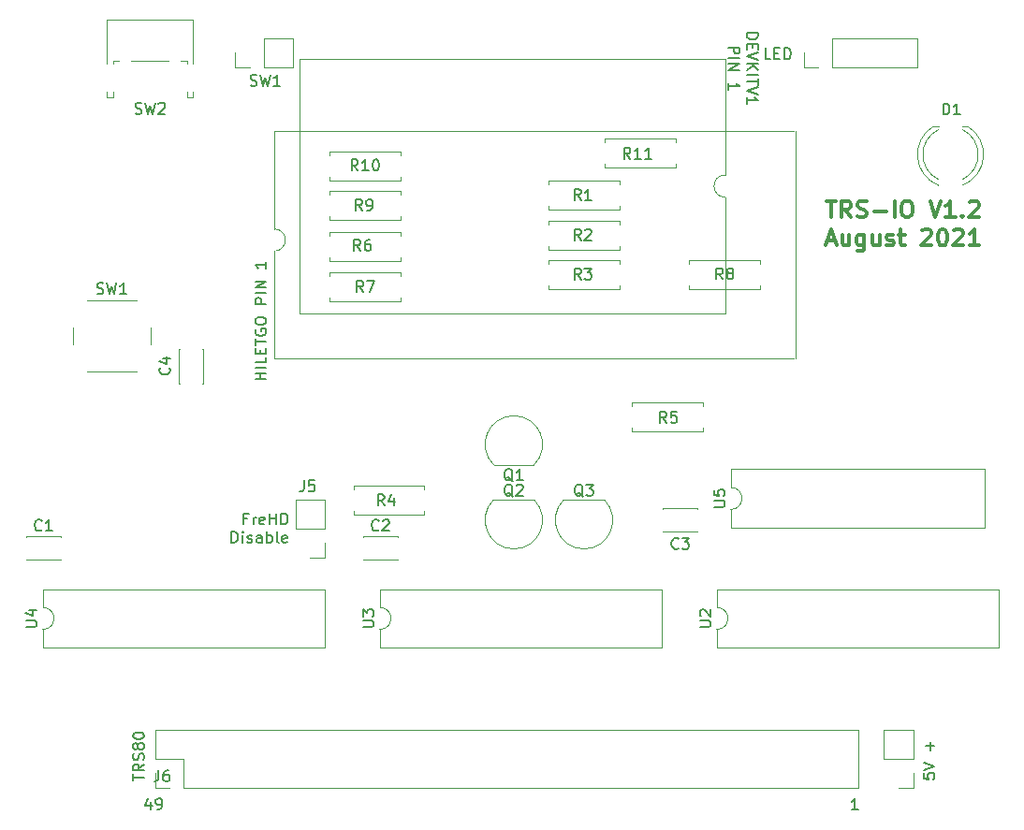
<source format=gbr>
G04 #@! TF.GenerationSoftware,KiCad,Pcbnew,(5.1.5)-3*
G04 #@! TF.CreationDate,2021-08-30T09:07:39+12:00*
G04 #@! TF.ProjectId,TRSIO,54525349-4f2e-46b6-9963-61645f706362,rev?*
G04 #@! TF.SameCoordinates,Original*
G04 #@! TF.FileFunction,Legend,Top*
G04 #@! TF.FilePolarity,Positive*
%FSLAX46Y46*%
G04 Gerber Fmt 4.6, Leading zero omitted, Abs format (unit mm)*
G04 Created by KiCad (PCBNEW (5.1.5)-3) date 2021-08-30 09:07:39*
%MOMM*%
%LPD*%
G04 APERTURE LIST*
%ADD10C,0.150000*%
%ADD11C,0.300000*%
%ADD12C,0.120000*%
G04 APERTURE END LIST*
D10*
X139223785Y-139803214D02*
X139223785Y-140469880D01*
X138985690Y-139422261D02*
X138747595Y-140136547D01*
X139366642Y-140136547D01*
X139795214Y-140469880D02*
X139985690Y-140469880D01*
X140080928Y-140422261D01*
X140128547Y-140374642D01*
X140223785Y-140231785D01*
X140271404Y-140041309D01*
X140271404Y-139660357D01*
X140223785Y-139565119D01*
X140176166Y-139517500D01*
X140080928Y-139469880D01*
X139890452Y-139469880D01*
X139795214Y-139517500D01*
X139747595Y-139565119D01*
X139699976Y-139660357D01*
X139699976Y-139898452D01*
X139747595Y-139993690D01*
X139795214Y-140041309D01*
X139890452Y-140088928D01*
X140080928Y-140088928D01*
X140176166Y-140041309D01*
X140223785Y-139993690D01*
X140271404Y-139898452D01*
X203231714Y-140469880D02*
X202660285Y-140469880D01*
X202946000Y-140469880D02*
X202946000Y-139469880D01*
X202850761Y-139612738D01*
X202755523Y-139707976D01*
X202660285Y-139755595D01*
D11*
X200363571Y-85406571D02*
X201220714Y-85406571D01*
X200792142Y-86906571D02*
X200792142Y-85406571D01*
X202577857Y-86906571D02*
X202077857Y-86192285D01*
X201720714Y-86906571D02*
X201720714Y-85406571D01*
X202292142Y-85406571D01*
X202435000Y-85478000D01*
X202506428Y-85549428D01*
X202577857Y-85692285D01*
X202577857Y-85906571D01*
X202506428Y-86049428D01*
X202435000Y-86120857D01*
X202292142Y-86192285D01*
X201720714Y-86192285D01*
X203149285Y-86835142D02*
X203363571Y-86906571D01*
X203720714Y-86906571D01*
X203863571Y-86835142D01*
X203935000Y-86763714D01*
X204006428Y-86620857D01*
X204006428Y-86478000D01*
X203935000Y-86335142D01*
X203863571Y-86263714D01*
X203720714Y-86192285D01*
X203435000Y-86120857D01*
X203292142Y-86049428D01*
X203220714Y-85978000D01*
X203149285Y-85835142D01*
X203149285Y-85692285D01*
X203220714Y-85549428D01*
X203292142Y-85478000D01*
X203435000Y-85406571D01*
X203792142Y-85406571D01*
X204006428Y-85478000D01*
X204649285Y-86335142D02*
X205792142Y-86335142D01*
X206506428Y-86906571D02*
X206506428Y-85406571D01*
X207506428Y-85406571D02*
X207792142Y-85406571D01*
X207935000Y-85478000D01*
X208077857Y-85620857D01*
X208149285Y-85906571D01*
X208149285Y-86406571D01*
X208077857Y-86692285D01*
X207935000Y-86835142D01*
X207792142Y-86906571D01*
X207506428Y-86906571D01*
X207363571Y-86835142D01*
X207220714Y-86692285D01*
X207149285Y-86406571D01*
X207149285Y-85906571D01*
X207220714Y-85620857D01*
X207363571Y-85478000D01*
X207506428Y-85406571D01*
X209720714Y-85406571D02*
X210220714Y-86906571D01*
X210720714Y-85406571D01*
X212006428Y-86906571D02*
X211149285Y-86906571D01*
X211577857Y-86906571D02*
X211577857Y-85406571D01*
X211435000Y-85620857D01*
X211292142Y-85763714D01*
X211149285Y-85835142D01*
X212649285Y-86763714D02*
X212720714Y-86835142D01*
X212649285Y-86906571D01*
X212577857Y-86835142D01*
X212649285Y-86763714D01*
X212649285Y-86906571D01*
X213292142Y-85549428D02*
X213363571Y-85478000D01*
X213506428Y-85406571D01*
X213863571Y-85406571D01*
X214006428Y-85478000D01*
X214077857Y-85549428D01*
X214149285Y-85692285D01*
X214149285Y-85835142D01*
X214077857Y-86049428D01*
X213220714Y-86906571D01*
X214149285Y-86906571D01*
X200435000Y-89028000D02*
X201149285Y-89028000D01*
X200292142Y-89456571D02*
X200792142Y-87956571D01*
X201292142Y-89456571D01*
X202435000Y-88456571D02*
X202435000Y-89456571D01*
X201792142Y-88456571D02*
X201792142Y-89242285D01*
X201863571Y-89385142D01*
X202006428Y-89456571D01*
X202220714Y-89456571D01*
X202363571Y-89385142D01*
X202435000Y-89313714D01*
X203792142Y-88456571D02*
X203792142Y-89670857D01*
X203720714Y-89813714D01*
X203649285Y-89885142D01*
X203506428Y-89956571D01*
X203292142Y-89956571D01*
X203149285Y-89885142D01*
X203792142Y-89385142D02*
X203649285Y-89456571D01*
X203363571Y-89456571D01*
X203220714Y-89385142D01*
X203149285Y-89313714D01*
X203077857Y-89170857D01*
X203077857Y-88742285D01*
X203149285Y-88599428D01*
X203220714Y-88528000D01*
X203363571Y-88456571D01*
X203649285Y-88456571D01*
X203792142Y-88528000D01*
X205149285Y-88456571D02*
X205149285Y-89456571D01*
X204506428Y-88456571D02*
X204506428Y-89242285D01*
X204577857Y-89385142D01*
X204720714Y-89456571D01*
X204935000Y-89456571D01*
X205077857Y-89385142D01*
X205149285Y-89313714D01*
X205792142Y-89385142D02*
X205935000Y-89456571D01*
X206220714Y-89456571D01*
X206363571Y-89385142D01*
X206435000Y-89242285D01*
X206435000Y-89170857D01*
X206363571Y-89028000D01*
X206220714Y-88956571D01*
X206006428Y-88956571D01*
X205863571Y-88885142D01*
X205792142Y-88742285D01*
X205792142Y-88670857D01*
X205863571Y-88528000D01*
X206006428Y-88456571D01*
X206220714Y-88456571D01*
X206363571Y-88528000D01*
X206863571Y-88456571D02*
X207435000Y-88456571D01*
X207077857Y-87956571D02*
X207077857Y-89242285D01*
X207149285Y-89385142D01*
X207292142Y-89456571D01*
X207435000Y-89456571D01*
X209006428Y-88099428D02*
X209077857Y-88028000D01*
X209220714Y-87956571D01*
X209577857Y-87956571D01*
X209720714Y-88028000D01*
X209792142Y-88099428D01*
X209863571Y-88242285D01*
X209863571Y-88385142D01*
X209792142Y-88599428D01*
X208935000Y-89456571D01*
X209863571Y-89456571D01*
X210792142Y-87956571D02*
X210935000Y-87956571D01*
X211077857Y-88028000D01*
X211149285Y-88099428D01*
X211220714Y-88242285D01*
X211292142Y-88528000D01*
X211292142Y-88885142D01*
X211220714Y-89170857D01*
X211149285Y-89313714D01*
X211077857Y-89385142D01*
X210935000Y-89456571D01*
X210792142Y-89456571D01*
X210649285Y-89385142D01*
X210577857Y-89313714D01*
X210506428Y-89170857D01*
X210435000Y-88885142D01*
X210435000Y-88528000D01*
X210506428Y-88242285D01*
X210577857Y-88099428D01*
X210649285Y-88028000D01*
X210792142Y-87956571D01*
X211863571Y-88099428D02*
X211935000Y-88028000D01*
X212077857Y-87956571D01*
X212435000Y-87956571D01*
X212577857Y-88028000D01*
X212649285Y-88099428D01*
X212720714Y-88242285D01*
X212720714Y-88385142D01*
X212649285Y-88599428D01*
X211792142Y-89456571D01*
X212720714Y-89456571D01*
X214149285Y-89456571D02*
X213292142Y-89456571D01*
X213720714Y-89456571D02*
X213720714Y-87956571D01*
X213577857Y-88170857D01*
X213435000Y-88313714D01*
X213292142Y-88385142D01*
D10*
X147984976Y-114165571D02*
X147651642Y-114165571D01*
X147651642Y-114689380D02*
X147651642Y-113689380D01*
X148127833Y-113689380D01*
X148508785Y-114689380D02*
X148508785Y-114022714D01*
X148508785Y-114213190D02*
X148556404Y-114117952D01*
X148604023Y-114070333D01*
X148699261Y-114022714D01*
X148794500Y-114022714D01*
X149508785Y-114641761D02*
X149413547Y-114689380D01*
X149223071Y-114689380D01*
X149127833Y-114641761D01*
X149080214Y-114546523D01*
X149080214Y-114165571D01*
X149127833Y-114070333D01*
X149223071Y-114022714D01*
X149413547Y-114022714D01*
X149508785Y-114070333D01*
X149556404Y-114165571D01*
X149556404Y-114260809D01*
X149080214Y-114356047D01*
X149984976Y-114689380D02*
X149984976Y-113689380D01*
X149984976Y-114165571D02*
X150556404Y-114165571D01*
X150556404Y-114689380D02*
X150556404Y-113689380D01*
X151032595Y-114689380D02*
X151032595Y-113689380D01*
X151270690Y-113689380D01*
X151413547Y-113737000D01*
X151508785Y-113832238D01*
X151556404Y-113927476D01*
X151604023Y-114117952D01*
X151604023Y-114260809D01*
X151556404Y-114451285D01*
X151508785Y-114546523D01*
X151413547Y-114641761D01*
X151270690Y-114689380D01*
X151032595Y-114689380D01*
X146556404Y-116339380D02*
X146556404Y-115339380D01*
X146794500Y-115339380D01*
X146937357Y-115387000D01*
X147032595Y-115482238D01*
X147080214Y-115577476D01*
X147127833Y-115767952D01*
X147127833Y-115910809D01*
X147080214Y-116101285D01*
X147032595Y-116196523D01*
X146937357Y-116291761D01*
X146794500Y-116339380D01*
X146556404Y-116339380D01*
X147556404Y-116339380D02*
X147556404Y-115672714D01*
X147556404Y-115339380D02*
X147508785Y-115387000D01*
X147556404Y-115434619D01*
X147604023Y-115387000D01*
X147556404Y-115339380D01*
X147556404Y-115434619D01*
X147984976Y-116291761D02*
X148080214Y-116339380D01*
X148270690Y-116339380D01*
X148365928Y-116291761D01*
X148413547Y-116196523D01*
X148413547Y-116148904D01*
X148365928Y-116053666D01*
X148270690Y-116006047D01*
X148127833Y-116006047D01*
X148032595Y-115958428D01*
X147984976Y-115863190D01*
X147984976Y-115815571D01*
X148032595Y-115720333D01*
X148127833Y-115672714D01*
X148270690Y-115672714D01*
X148365928Y-115720333D01*
X149270690Y-116339380D02*
X149270690Y-115815571D01*
X149223071Y-115720333D01*
X149127833Y-115672714D01*
X148937357Y-115672714D01*
X148842119Y-115720333D01*
X149270690Y-116291761D02*
X149175452Y-116339380D01*
X148937357Y-116339380D01*
X148842119Y-116291761D01*
X148794500Y-116196523D01*
X148794500Y-116101285D01*
X148842119Y-116006047D01*
X148937357Y-115958428D01*
X149175452Y-115958428D01*
X149270690Y-115910809D01*
X149746880Y-116339380D02*
X149746880Y-115339380D01*
X149746880Y-115720333D02*
X149842119Y-115672714D01*
X150032595Y-115672714D01*
X150127833Y-115720333D01*
X150175452Y-115767952D01*
X150223071Y-115863190D01*
X150223071Y-116148904D01*
X150175452Y-116244142D01*
X150127833Y-116291761D01*
X150032595Y-116339380D01*
X149842119Y-116339380D01*
X149746880Y-116291761D01*
X150794500Y-116339380D02*
X150699261Y-116291761D01*
X150651642Y-116196523D01*
X150651642Y-115339380D01*
X151556404Y-116291761D02*
X151461166Y-116339380D01*
X151270690Y-116339380D01*
X151175452Y-116291761D01*
X151127833Y-116196523D01*
X151127833Y-115815571D01*
X151175452Y-115720333D01*
X151270690Y-115672714D01*
X151461166Y-115672714D01*
X151556404Y-115720333D01*
X151604023Y-115815571D01*
X151604023Y-115910809D01*
X151127833Y-116006047D01*
X193158619Y-70239333D02*
X194158619Y-70239333D01*
X194158619Y-70477428D01*
X194111000Y-70620285D01*
X194015761Y-70715523D01*
X193920523Y-70763142D01*
X193730047Y-70810761D01*
X193587190Y-70810761D01*
X193396714Y-70763142D01*
X193301476Y-70715523D01*
X193206238Y-70620285D01*
X193158619Y-70477428D01*
X193158619Y-70239333D01*
X193682428Y-71239333D02*
X193682428Y-71572666D01*
X193158619Y-71715523D02*
X193158619Y-71239333D01*
X194158619Y-71239333D01*
X194158619Y-71715523D01*
X194158619Y-72001238D02*
X193158619Y-72334571D01*
X194158619Y-72667904D01*
X193158619Y-73001238D02*
X194158619Y-73001238D01*
X193158619Y-73572666D02*
X193730047Y-73144095D01*
X194158619Y-73572666D02*
X193587190Y-73001238D01*
X193158619Y-74001238D02*
X194158619Y-74001238D01*
X194158619Y-74334571D02*
X194158619Y-74906000D01*
X193158619Y-74620285D02*
X194158619Y-74620285D01*
X194158619Y-75096476D02*
X193158619Y-75429809D01*
X194158619Y-75763142D01*
X193158619Y-76620285D02*
X193158619Y-76048857D01*
X193158619Y-76334571D02*
X194158619Y-76334571D01*
X194015761Y-76239333D01*
X193920523Y-76144095D01*
X193872904Y-76048857D01*
X191508619Y-71525047D02*
X192508619Y-71525047D01*
X192508619Y-71906000D01*
X192461000Y-72001238D01*
X192413380Y-72048857D01*
X192318142Y-72096476D01*
X192175285Y-72096476D01*
X192080047Y-72048857D01*
X192032428Y-72001238D01*
X191984809Y-71906000D01*
X191984809Y-71525047D01*
X191508619Y-72525047D02*
X192508619Y-72525047D01*
X191508619Y-73001238D02*
X192508619Y-73001238D01*
X191508619Y-73572666D01*
X192508619Y-73572666D01*
X191508619Y-75334571D02*
X191508619Y-74763142D01*
X191508619Y-75048857D02*
X192508619Y-75048857D01*
X192365761Y-74953619D01*
X192270523Y-74858380D01*
X192222904Y-74763142D01*
X149677380Y-101551714D02*
X148677380Y-101551714D01*
X149153571Y-101551714D02*
X149153571Y-100980285D01*
X149677380Y-100980285D02*
X148677380Y-100980285D01*
X149677380Y-100504095D02*
X148677380Y-100504095D01*
X149677380Y-99551714D02*
X149677380Y-100027904D01*
X148677380Y-100027904D01*
X149153571Y-99218380D02*
X149153571Y-98885047D01*
X149677380Y-98742190D02*
X149677380Y-99218380D01*
X148677380Y-99218380D01*
X148677380Y-98742190D01*
X148677380Y-98456476D02*
X148677380Y-97885047D01*
X149677380Y-98170761D02*
X148677380Y-98170761D01*
X148725000Y-97027904D02*
X148677380Y-97123142D01*
X148677380Y-97266000D01*
X148725000Y-97408857D01*
X148820238Y-97504095D01*
X148915476Y-97551714D01*
X149105952Y-97599333D01*
X149248809Y-97599333D01*
X149439285Y-97551714D01*
X149534523Y-97504095D01*
X149629761Y-97408857D01*
X149677380Y-97266000D01*
X149677380Y-97170761D01*
X149629761Y-97027904D01*
X149582142Y-96980285D01*
X149248809Y-96980285D01*
X149248809Y-97170761D01*
X148677380Y-96361238D02*
X148677380Y-96170761D01*
X148725000Y-96075523D01*
X148820238Y-95980285D01*
X149010714Y-95932666D01*
X149344047Y-95932666D01*
X149534523Y-95980285D01*
X149629761Y-96075523D01*
X149677380Y-96170761D01*
X149677380Y-96361238D01*
X149629761Y-96456476D01*
X149534523Y-96551714D01*
X149344047Y-96599333D01*
X149010714Y-96599333D01*
X148820238Y-96551714D01*
X148725000Y-96456476D01*
X148677380Y-96361238D01*
X149677380Y-94742190D02*
X148677380Y-94742190D01*
X148677380Y-94361238D01*
X148725000Y-94266000D01*
X148772619Y-94218380D01*
X148867857Y-94170761D01*
X149010714Y-94170761D01*
X149105952Y-94218380D01*
X149153571Y-94266000D01*
X149201190Y-94361238D01*
X149201190Y-94742190D01*
X149677380Y-93742190D02*
X148677380Y-93742190D01*
X149677380Y-93266000D02*
X148677380Y-93266000D01*
X149677380Y-92694571D01*
X148677380Y-92694571D01*
X149677380Y-90932666D02*
X149677380Y-91504095D01*
X149677380Y-91218380D02*
X148677380Y-91218380D01*
X148820238Y-91313619D01*
X148915476Y-91408857D01*
X148963095Y-91504095D01*
X209129380Y-137207476D02*
X209129380Y-137683666D01*
X209605571Y-137731285D01*
X209557952Y-137683666D01*
X209510333Y-137588428D01*
X209510333Y-137350333D01*
X209557952Y-137255095D01*
X209605571Y-137207476D01*
X209700809Y-137159857D01*
X209938904Y-137159857D01*
X210034142Y-137207476D01*
X210081761Y-137255095D01*
X210129380Y-137350333D01*
X210129380Y-137588428D01*
X210081761Y-137683666D01*
X210034142Y-137731285D01*
X209129380Y-136874142D02*
X210129380Y-136540809D01*
X209129380Y-136207476D01*
X209748428Y-135112238D02*
X209748428Y-134350333D01*
X210129380Y-134731285D02*
X209367476Y-134731285D01*
X137628380Y-137850285D02*
X137628380Y-137278857D01*
X138628380Y-137564571D02*
X137628380Y-137564571D01*
X138628380Y-136374095D02*
X138152190Y-136707428D01*
X138628380Y-136945523D02*
X137628380Y-136945523D01*
X137628380Y-136564571D01*
X137676000Y-136469333D01*
X137723619Y-136421714D01*
X137818857Y-136374095D01*
X137961714Y-136374095D01*
X138056952Y-136421714D01*
X138104571Y-136469333D01*
X138152190Y-136564571D01*
X138152190Y-136945523D01*
X138580761Y-135993142D02*
X138628380Y-135850285D01*
X138628380Y-135612190D01*
X138580761Y-135516952D01*
X138533142Y-135469333D01*
X138437904Y-135421714D01*
X138342666Y-135421714D01*
X138247428Y-135469333D01*
X138199809Y-135516952D01*
X138152190Y-135612190D01*
X138104571Y-135802666D01*
X138056952Y-135897904D01*
X138009333Y-135945523D01*
X137914095Y-135993142D01*
X137818857Y-135993142D01*
X137723619Y-135945523D01*
X137676000Y-135897904D01*
X137628380Y-135802666D01*
X137628380Y-135564571D01*
X137676000Y-135421714D01*
X138056952Y-134850285D02*
X138009333Y-134945523D01*
X137961714Y-134993142D01*
X137866476Y-135040761D01*
X137818857Y-135040761D01*
X137723619Y-134993142D01*
X137676000Y-134945523D01*
X137628380Y-134850285D01*
X137628380Y-134659809D01*
X137676000Y-134564571D01*
X137723619Y-134516952D01*
X137818857Y-134469333D01*
X137866476Y-134469333D01*
X137961714Y-134516952D01*
X138009333Y-134564571D01*
X138056952Y-134659809D01*
X138056952Y-134850285D01*
X138104571Y-134945523D01*
X138152190Y-134993142D01*
X138247428Y-135040761D01*
X138437904Y-135040761D01*
X138533142Y-134993142D01*
X138580761Y-134945523D01*
X138628380Y-134850285D01*
X138628380Y-134659809D01*
X138580761Y-134564571D01*
X138533142Y-134516952D01*
X138437904Y-134469333D01*
X138247428Y-134469333D01*
X138152190Y-134516952D01*
X138104571Y-134564571D01*
X138056952Y-134659809D01*
X137628380Y-133850285D02*
X137628380Y-133755047D01*
X137676000Y-133659809D01*
X137723619Y-133612190D01*
X137818857Y-133564571D01*
X138009333Y-133516952D01*
X138247428Y-133516952D01*
X138437904Y-133564571D01*
X138533142Y-133612190D01*
X138580761Y-133659809D01*
X138628380Y-133755047D01*
X138628380Y-133850285D01*
X138580761Y-133945523D01*
X138533142Y-133993142D01*
X138437904Y-134040761D01*
X138247428Y-134088380D01*
X138009333Y-134088380D01*
X137818857Y-134040761D01*
X137723619Y-133993142D01*
X137676000Y-133945523D01*
X137628380Y-133850285D01*
X195318142Y-72588380D02*
X194841952Y-72588380D01*
X194841952Y-71588380D01*
X195651476Y-72064571D02*
X195984809Y-72064571D01*
X196127666Y-72588380D02*
X195651476Y-72588380D01*
X195651476Y-71588380D01*
X196127666Y-71588380D01*
X196556238Y-72588380D02*
X196556238Y-71588380D01*
X196794333Y-71588380D01*
X196937190Y-71636000D01*
X197032428Y-71731238D01*
X197080047Y-71826476D01*
X197127666Y-72016952D01*
X197127666Y-72159809D01*
X197080047Y-72350285D01*
X197032428Y-72445523D01*
X196937190Y-72540761D01*
X196794333Y-72588380D01*
X196556238Y-72588380D01*
X148272666Y-74953761D02*
X148415523Y-75001380D01*
X148653619Y-75001380D01*
X148748857Y-74953761D01*
X148796476Y-74906142D01*
X148844095Y-74810904D01*
X148844095Y-74715666D01*
X148796476Y-74620428D01*
X148748857Y-74572809D01*
X148653619Y-74525190D01*
X148463142Y-74477571D01*
X148367904Y-74429952D01*
X148320285Y-74382333D01*
X148272666Y-74287095D01*
X148272666Y-74191857D01*
X148320285Y-74096619D01*
X148367904Y-74049000D01*
X148463142Y-74001380D01*
X148701238Y-74001380D01*
X148844095Y-74049000D01*
X149177428Y-74001380D02*
X149415523Y-75001380D01*
X149606000Y-74287095D01*
X149796476Y-75001380D01*
X150034571Y-74001380D01*
X150939333Y-75001380D02*
X150367904Y-75001380D01*
X150653619Y-75001380D02*
X150653619Y-74001380D01*
X150558380Y-74144238D01*
X150463142Y-74239476D01*
X150367904Y-74287095D01*
D12*
X191195000Y-85074000D02*
G75*
G02X191195000Y-83074000I0J1000000D01*
G01*
X191195000Y-83074000D02*
X191195000Y-72534000D01*
X191182500Y-72534000D02*
X152657500Y-72534000D01*
X152657500Y-72534000D02*
X152657500Y-95614000D01*
X152657500Y-95614000D02*
X191182500Y-95614000D01*
X191195000Y-95614000D02*
X191195000Y-85074000D01*
X131120000Y-117900000D02*
X128000000Y-117900000D01*
X131120000Y-115780000D02*
X128000000Y-115780000D01*
X131120000Y-117900000D02*
X131120000Y-117836000D01*
X131120000Y-115844000D02*
X131120000Y-115780000D01*
X128000000Y-117900000D02*
X128000000Y-117836000D01*
X128000000Y-115844000D02*
X128000000Y-115780000D01*
X161600000Y-117900000D02*
X158480000Y-117900000D01*
X161600000Y-115780000D02*
X158480000Y-115780000D01*
X161600000Y-117900000D02*
X161600000Y-117836000D01*
X161600000Y-115844000D02*
X161600000Y-115780000D01*
X158480000Y-117900000D02*
X158480000Y-117836000D01*
X158480000Y-115844000D02*
X158480000Y-115780000D01*
X188651000Y-115360000D02*
X185531000Y-115360000D01*
X188651000Y-113240000D02*
X185531000Y-113240000D01*
X188651000Y-115360000D02*
X188651000Y-115296000D01*
X188651000Y-113304000D02*
X188651000Y-113240000D01*
X185531000Y-115360000D02*
X185531000Y-115296000D01*
X185531000Y-113304000D02*
X185531000Y-113240000D01*
X141815000Y-101910000D02*
X141815000Y-98790000D01*
X143935000Y-101910000D02*
X143935000Y-98790000D01*
X141815000Y-101910000D02*
X141879000Y-101910000D01*
X143871000Y-101910000D02*
X143935000Y-101910000D01*
X141815000Y-98790000D02*
X141879000Y-98790000D01*
X143871000Y-98790000D02*
X143935000Y-98790000D01*
X212662827Y-84004315D02*
G75*
G03X213126830Y-78656500I-1080827J2787815D01*
G01*
X210501173Y-84004315D02*
G75*
G02X210037170Y-78656500I1080827J2787815D01*
G01*
X212662429Y-83470979D02*
G75*
G03X212662000Y-78961816I-1080429J2254479D01*
G01*
X210501571Y-83470979D02*
G75*
G02X210502000Y-78961816I1080429J2254479D01*
G01*
X213127000Y-78656500D02*
X212662000Y-78656500D01*
X210502000Y-78656500D02*
X210037000Y-78656500D01*
X170285000Y-109292000D02*
X173885000Y-109292000D01*
X170246522Y-109280478D02*
G75*
G02X172085000Y-104842000I1838478J1838478D01*
G01*
X173923478Y-109280478D02*
G75*
G03X172085000Y-104842000I-1838478J1838478D01*
G01*
X173885000Y-112450000D02*
X170285000Y-112450000D01*
X173923478Y-112461522D02*
G75*
G02X172085000Y-116900000I-1838478J-1838478D01*
G01*
X170246522Y-112461522D02*
G75*
G03X172085000Y-116900000I1838478J-1838478D01*
G01*
X180235000Y-112450000D02*
X176635000Y-112450000D01*
X180273478Y-112461522D02*
G75*
G02X178435000Y-116900000I-1838478J-1838478D01*
G01*
X176596522Y-112461522D02*
G75*
G03X178435000Y-116900000I1838478J-1838478D01*
G01*
X175225000Y-83919500D02*
X175225000Y-83589500D01*
X175225000Y-83589500D02*
X181645000Y-83589500D01*
X181645000Y-83589500D02*
X181645000Y-83919500D01*
X175225000Y-85879500D02*
X175225000Y-86209500D01*
X175225000Y-86209500D02*
X181645000Y-86209500D01*
X181645000Y-86209500D02*
X181645000Y-85879500D01*
X175225000Y-87539000D02*
X175225000Y-87209000D01*
X175225000Y-87209000D02*
X181645000Y-87209000D01*
X181645000Y-87209000D02*
X181645000Y-87539000D01*
X175225000Y-89499000D02*
X175225000Y-89829000D01*
X175225000Y-89829000D02*
X181645000Y-89829000D01*
X181645000Y-89829000D02*
X181645000Y-89499000D01*
X175225000Y-91095000D02*
X175225000Y-90765000D01*
X175225000Y-90765000D02*
X181645000Y-90765000D01*
X181645000Y-90765000D02*
X181645000Y-91095000D01*
X175225000Y-93055000D02*
X175225000Y-93385000D01*
X175225000Y-93385000D02*
X181645000Y-93385000D01*
X181645000Y-93385000D02*
X181645000Y-93055000D01*
X133461000Y-100877000D02*
X137961000Y-100877000D01*
X132211000Y-96877000D02*
X132211000Y-98377000D01*
X137961000Y-94377000D02*
X133461000Y-94377000D01*
X139211000Y-98377000D02*
X139211000Y-96877000D01*
X190440000Y-122190000D02*
G75*
G02X190440000Y-124190000I0J-1000000D01*
G01*
X190440000Y-124190000D02*
X190440000Y-125840000D01*
X190440000Y-125840000D02*
X215960000Y-125840000D01*
X215960000Y-125840000D02*
X215960000Y-120540000D01*
X215960000Y-120540000D02*
X190440000Y-120540000D01*
X190440000Y-120540000D02*
X190440000Y-122190000D01*
X159960000Y-122190000D02*
G75*
G02X159960000Y-124190000I0J-1000000D01*
G01*
X159960000Y-124190000D02*
X159960000Y-125840000D01*
X159960000Y-125840000D02*
X185480000Y-125840000D01*
X185480000Y-125840000D02*
X185480000Y-120540000D01*
X185480000Y-120540000D02*
X159960000Y-120540000D01*
X159960000Y-120540000D02*
X159960000Y-122190000D01*
X129480000Y-122190000D02*
G75*
G02X129480000Y-124190000I0J-1000000D01*
G01*
X129480000Y-124190000D02*
X129480000Y-125840000D01*
X129480000Y-125840000D02*
X155000000Y-125840000D01*
X155000000Y-125840000D02*
X155000000Y-120540000D01*
X155000000Y-120540000D02*
X129480000Y-120540000D01*
X129480000Y-120540000D02*
X129480000Y-122190000D01*
X203260000Y-138490000D02*
X203260000Y-133290000D01*
X142240000Y-138490000D02*
X203260000Y-138490000D01*
X139640000Y-133290000D02*
X203260000Y-133290000D01*
X142240000Y-138490000D02*
X142240000Y-135890000D01*
X142240000Y-135890000D02*
X139640000Y-135890000D01*
X139640000Y-135890000D02*
X139640000Y-133290000D01*
X140970000Y-138490000D02*
X139640000Y-138490000D01*
X139640000Y-138490000D02*
X139640000Y-137160000D01*
X150409600Y-87950800D02*
G75*
G02X150409600Y-89950800I0J-1000000D01*
G01*
X150435000Y-89950800D02*
X150435000Y-99678000D01*
X150447500Y-99678000D02*
X197427500Y-99678000D01*
X197545000Y-99678000D02*
X197545000Y-79112600D01*
X197427500Y-79112600D02*
X150447500Y-79112600D01*
X150435000Y-79112600D02*
X150435000Y-87950800D01*
X208213000Y-133290000D02*
X205553000Y-133290000D01*
X208213000Y-135890000D02*
X208213000Y-133290000D01*
X205553000Y-135890000D02*
X205553000Y-133290000D01*
X208213000Y-135890000D02*
X205553000Y-135890000D01*
X208213000Y-137160000D02*
X208213000Y-138490000D01*
X208213000Y-138490000D02*
X206883000Y-138490000D01*
X152079000Y-73339000D02*
X152079000Y-70679000D01*
X149479000Y-73339000D02*
X152079000Y-73339000D01*
X149479000Y-70679000D02*
X152079000Y-70679000D01*
X149479000Y-73339000D02*
X149479000Y-70679000D01*
X148209000Y-73339000D02*
X146879000Y-73339000D01*
X146879000Y-73339000D02*
X146879000Y-72009000D01*
X208594000Y-73339000D02*
X208594000Y-70679000D01*
X200914000Y-73339000D02*
X208594000Y-73339000D01*
X200914000Y-70679000D02*
X208594000Y-70679000D01*
X200914000Y-73339000D02*
X200914000Y-70679000D01*
X199644000Y-73339000D02*
X198314000Y-73339000D01*
X198314000Y-73339000D02*
X198314000Y-72009000D01*
X135816000Y-72725000D02*
X135816000Y-72955000D01*
X135296000Y-69055000D02*
X143016000Y-69055000D01*
X143016000Y-69055000D02*
X143016000Y-72955000D01*
X135296000Y-76065000D02*
X135816000Y-76065000D01*
X135296000Y-69055000D02*
X135296000Y-72955000D01*
X142496000Y-72725000D02*
X142496000Y-72955000D01*
X135816000Y-75555000D02*
X135816000Y-76065000D01*
X135296000Y-75555000D02*
X135296000Y-76065000D01*
X141956000Y-72725000D02*
X142496000Y-72725000D01*
X142496000Y-75555000D02*
X142496000Y-76065000D01*
X142496000Y-76065000D02*
X143016000Y-76065000D01*
X143016000Y-75555000D02*
X143016000Y-76065000D01*
X135816000Y-72725000D02*
X136356000Y-72725000D01*
X137456000Y-72725000D02*
X140856000Y-72725000D01*
X155000000Y-112462000D02*
X152340000Y-112462000D01*
X155000000Y-115062000D02*
X155000000Y-112462000D01*
X152340000Y-115062000D02*
X152340000Y-112462000D01*
X155000000Y-115062000D02*
X152340000Y-115062000D01*
X155000000Y-116332000D02*
X155000000Y-117662000D01*
X155000000Y-117662000D02*
X153670000Y-117662000D01*
X163992000Y-113502000D02*
X163992000Y-113832000D01*
X163992000Y-113832000D02*
X157572000Y-113832000D01*
X157572000Y-113832000D02*
X157572000Y-113502000D01*
X163992000Y-111542000D02*
X163992000Y-111212000D01*
X163992000Y-111212000D02*
X157572000Y-111212000D01*
X157572000Y-111212000D02*
X157572000Y-111542000D01*
X189201500Y-105945500D02*
X189201500Y-106275500D01*
X189201500Y-106275500D02*
X182781500Y-106275500D01*
X182781500Y-106275500D02*
X182781500Y-105945500D01*
X189201500Y-103985500D02*
X189201500Y-103655500D01*
X189201500Y-103655500D02*
X182781500Y-103655500D01*
X182781500Y-103655500D02*
X182781500Y-103985500D01*
X161833000Y-90845000D02*
X161833000Y-90515000D01*
X155413000Y-90845000D02*
X161833000Y-90845000D01*
X155413000Y-90515000D02*
X155413000Y-90845000D01*
X161833000Y-88225000D02*
X161833000Y-88555000D01*
X155413000Y-88225000D02*
X161833000Y-88225000D01*
X155413000Y-88555000D02*
X155413000Y-88225000D01*
X155413000Y-92238000D02*
X155413000Y-91908000D01*
X155413000Y-91908000D02*
X161833000Y-91908000D01*
X161833000Y-91908000D02*
X161833000Y-92238000D01*
X155413000Y-94198000D02*
X155413000Y-94528000D01*
X155413000Y-94528000D02*
X161833000Y-94528000D01*
X161833000Y-94528000D02*
X161833000Y-94198000D01*
X194345000Y-93385000D02*
X194345000Y-93055000D01*
X187925000Y-93385000D02*
X194345000Y-93385000D01*
X187925000Y-93055000D02*
X187925000Y-93385000D01*
X194345000Y-90765000D02*
X194345000Y-91095000D01*
X187925000Y-90765000D02*
X194345000Y-90765000D01*
X187925000Y-91095000D02*
X187925000Y-90765000D01*
X155413000Y-84872000D02*
X155413000Y-84542000D01*
X155413000Y-84542000D02*
X161833000Y-84542000D01*
X161833000Y-84542000D02*
X161833000Y-84872000D01*
X155413000Y-86832000D02*
X155413000Y-87162000D01*
X155413000Y-87162000D02*
X161833000Y-87162000D01*
X161833000Y-87162000D02*
X161833000Y-86832000D01*
X161833000Y-83542500D02*
X161833000Y-83212500D01*
X155413000Y-83542500D02*
X161833000Y-83542500D01*
X155413000Y-83212500D02*
X155413000Y-83542500D01*
X161833000Y-80922500D02*
X161833000Y-81252500D01*
X155413000Y-80922500D02*
X161833000Y-80922500D01*
X155413000Y-81252500D02*
X155413000Y-80922500D01*
X191710000Y-109681500D02*
X191710000Y-111331500D01*
X214690000Y-109681500D02*
X191710000Y-109681500D01*
X214690000Y-114981500D02*
X214690000Y-109681500D01*
X191710000Y-114981500D02*
X214690000Y-114981500D01*
X191710000Y-113331500D02*
X191710000Y-114981500D01*
X191710000Y-111331500D02*
G75*
G02X191710000Y-113331500I0J-1000000D01*
G01*
X180305000Y-79779500D02*
X180305000Y-80109500D01*
X186725000Y-79779500D02*
X180305000Y-79779500D01*
X186725000Y-80109500D02*
X186725000Y-79779500D01*
X180305000Y-82399500D02*
X180305000Y-82069500D01*
X186725000Y-82399500D02*
X180305000Y-82399500D01*
X186725000Y-82069500D02*
X186725000Y-82399500D01*
D10*
X129373333Y-115165142D02*
X129325714Y-115212761D01*
X129182857Y-115260380D01*
X129087619Y-115260380D01*
X128944761Y-115212761D01*
X128849523Y-115117523D01*
X128801904Y-115022285D01*
X128754285Y-114831809D01*
X128754285Y-114688952D01*
X128801904Y-114498476D01*
X128849523Y-114403238D01*
X128944761Y-114308000D01*
X129087619Y-114260380D01*
X129182857Y-114260380D01*
X129325714Y-114308000D01*
X129373333Y-114355619D01*
X130325714Y-115260380D02*
X129754285Y-115260380D01*
X130040000Y-115260380D02*
X130040000Y-114260380D01*
X129944761Y-114403238D01*
X129849523Y-114498476D01*
X129754285Y-114546095D01*
X159853333Y-115165142D02*
X159805714Y-115212761D01*
X159662857Y-115260380D01*
X159567619Y-115260380D01*
X159424761Y-115212761D01*
X159329523Y-115117523D01*
X159281904Y-115022285D01*
X159234285Y-114831809D01*
X159234285Y-114688952D01*
X159281904Y-114498476D01*
X159329523Y-114403238D01*
X159424761Y-114308000D01*
X159567619Y-114260380D01*
X159662857Y-114260380D01*
X159805714Y-114308000D01*
X159853333Y-114355619D01*
X160234285Y-114355619D02*
X160281904Y-114308000D01*
X160377142Y-114260380D01*
X160615238Y-114260380D01*
X160710476Y-114308000D01*
X160758095Y-114355619D01*
X160805714Y-114450857D01*
X160805714Y-114546095D01*
X160758095Y-114688952D01*
X160186666Y-115260380D01*
X160805714Y-115260380D01*
X186967833Y-116816142D02*
X186920214Y-116863761D01*
X186777357Y-116911380D01*
X186682119Y-116911380D01*
X186539261Y-116863761D01*
X186444023Y-116768523D01*
X186396404Y-116673285D01*
X186348785Y-116482809D01*
X186348785Y-116339952D01*
X186396404Y-116149476D01*
X186444023Y-116054238D01*
X186539261Y-115959000D01*
X186682119Y-115911380D01*
X186777357Y-115911380D01*
X186920214Y-115959000D01*
X186967833Y-116006619D01*
X187301166Y-115911380D02*
X187920214Y-115911380D01*
X187586880Y-116292333D01*
X187729738Y-116292333D01*
X187824976Y-116339952D01*
X187872595Y-116387571D01*
X187920214Y-116482809D01*
X187920214Y-116720904D01*
X187872595Y-116816142D01*
X187824976Y-116863761D01*
X187729738Y-116911380D01*
X187444023Y-116911380D01*
X187348785Y-116863761D01*
X187301166Y-116816142D01*
X140922142Y-100516666D02*
X140969761Y-100564285D01*
X141017380Y-100707142D01*
X141017380Y-100802380D01*
X140969761Y-100945238D01*
X140874523Y-101040476D01*
X140779285Y-101088095D01*
X140588809Y-101135714D01*
X140445952Y-101135714D01*
X140255476Y-101088095D01*
X140160238Y-101040476D01*
X140065000Y-100945238D01*
X140017380Y-100802380D01*
X140017380Y-100707142D01*
X140065000Y-100564285D01*
X140112619Y-100516666D01*
X140350714Y-99659523D02*
X141017380Y-99659523D01*
X139969761Y-99897619D02*
X140684047Y-100135714D01*
X140684047Y-99516666D01*
X210907404Y-77604880D02*
X210907404Y-76604880D01*
X211145500Y-76604880D01*
X211288357Y-76652500D01*
X211383595Y-76747738D01*
X211431214Y-76842976D01*
X211478833Y-77033452D01*
X211478833Y-77176309D01*
X211431214Y-77366785D01*
X211383595Y-77462023D01*
X211288357Y-77557261D01*
X211145500Y-77604880D01*
X210907404Y-77604880D01*
X212431214Y-77604880D02*
X211859785Y-77604880D01*
X212145500Y-77604880D02*
X212145500Y-76604880D01*
X212050261Y-76747738D01*
X211955023Y-76842976D01*
X211859785Y-76890595D01*
X171989761Y-110783619D02*
X171894523Y-110736000D01*
X171799285Y-110640761D01*
X171656428Y-110497904D01*
X171561190Y-110450285D01*
X171465952Y-110450285D01*
X171513571Y-110688380D02*
X171418333Y-110640761D01*
X171323095Y-110545523D01*
X171275476Y-110355047D01*
X171275476Y-110021714D01*
X171323095Y-109831238D01*
X171418333Y-109736000D01*
X171513571Y-109688380D01*
X171704047Y-109688380D01*
X171799285Y-109736000D01*
X171894523Y-109831238D01*
X171942142Y-110021714D01*
X171942142Y-110355047D01*
X171894523Y-110545523D01*
X171799285Y-110640761D01*
X171704047Y-110688380D01*
X171513571Y-110688380D01*
X172894523Y-110688380D02*
X172323095Y-110688380D01*
X172608809Y-110688380D02*
X172608809Y-109688380D01*
X172513571Y-109831238D01*
X172418333Y-109926476D01*
X172323095Y-109974095D01*
X171989761Y-112180619D02*
X171894523Y-112133000D01*
X171799285Y-112037761D01*
X171656428Y-111894904D01*
X171561190Y-111847285D01*
X171465952Y-111847285D01*
X171513571Y-112085380D02*
X171418333Y-112037761D01*
X171323095Y-111942523D01*
X171275476Y-111752047D01*
X171275476Y-111418714D01*
X171323095Y-111228238D01*
X171418333Y-111133000D01*
X171513571Y-111085380D01*
X171704047Y-111085380D01*
X171799285Y-111133000D01*
X171894523Y-111228238D01*
X171942142Y-111418714D01*
X171942142Y-111752047D01*
X171894523Y-111942523D01*
X171799285Y-112037761D01*
X171704047Y-112085380D01*
X171513571Y-112085380D01*
X172323095Y-111180619D02*
X172370714Y-111133000D01*
X172465952Y-111085380D01*
X172704047Y-111085380D01*
X172799285Y-111133000D01*
X172846904Y-111180619D01*
X172894523Y-111275857D01*
X172894523Y-111371095D01*
X172846904Y-111513952D01*
X172275476Y-112085380D01*
X172894523Y-112085380D01*
X178339761Y-112180619D02*
X178244523Y-112133000D01*
X178149285Y-112037761D01*
X178006428Y-111894904D01*
X177911190Y-111847285D01*
X177815952Y-111847285D01*
X177863571Y-112085380D02*
X177768333Y-112037761D01*
X177673095Y-111942523D01*
X177625476Y-111752047D01*
X177625476Y-111418714D01*
X177673095Y-111228238D01*
X177768333Y-111133000D01*
X177863571Y-111085380D01*
X178054047Y-111085380D01*
X178149285Y-111133000D01*
X178244523Y-111228238D01*
X178292142Y-111418714D01*
X178292142Y-111752047D01*
X178244523Y-111942523D01*
X178149285Y-112037761D01*
X178054047Y-112085380D01*
X177863571Y-112085380D01*
X178625476Y-111085380D02*
X179244523Y-111085380D01*
X178911190Y-111466333D01*
X179054047Y-111466333D01*
X179149285Y-111513952D01*
X179196904Y-111561571D01*
X179244523Y-111656809D01*
X179244523Y-111894904D01*
X179196904Y-111990142D01*
X179149285Y-112037761D01*
X179054047Y-112085380D01*
X178768333Y-112085380D01*
X178673095Y-112037761D01*
X178625476Y-111990142D01*
X178141333Y-85351880D02*
X177808000Y-84875690D01*
X177569904Y-85351880D02*
X177569904Y-84351880D01*
X177950857Y-84351880D01*
X178046095Y-84399500D01*
X178093714Y-84447119D01*
X178141333Y-84542357D01*
X178141333Y-84685214D01*
X178093714Y-84780452D01*
X178046095Y-84828071D01*
X177950857Y-84875690D01*
X177569904Y-84875690D01*
X179093714Y-85351880D02*
X178522285Y-85351880D01*
X178808000Y-85351880D02*
X178808000Y-84351880D01*
X178712761Y-84494738D01*
X178617523Y-84589976D01*
X178522285Y-84637595D01*
X178141333Y-88971380D02*
X177808000Y-88495190D01*
X177569904Y-88971380D02*
X177569904Y-87971380D01*
X177950857Y-87971380D01*
X178046095Y-88019000D01*
X178093714Y-88066619D01*
X178141333Y-88161857D01*
X178141333Y-88304714D01*
X178093714Y-88399952D01*
X178046095Y-88447571D01*
X177950857Y-88495190D01*
X177569904Y-88495190D01*
X178522285Y-88066619D02*
X178569904Y-88019000D01*
X178665142Y-87971380D01*
X178903238Y-87971380D01*
X178998476Y-88019000D01*
X179046095Y-88066619D01*
X179093714Y-88161857D01*
X179093714Y-88257095D01*
X179046095Y-88399952D01*
X178474666Y-88971380D01*
X179093714Y-88971380D01*
X178141333Y-92527380D02*
X177808000Y-92051190D01*
X177569904Y-92527380D02*
X177569904Y-91527380D01*
X177950857Y-91527380D01*
X178046095Y-91575000D01*
X178093714Y-91622619D01*
X178141333Y-91717857D01*
X178141333Y-91860714D01*
X178093714Y-91955952D01*
X178046095Y-92003571D01*
X177950857Y-92051190D01*
X177569904Y-92051190D01*
X178474666Y-91527380D02*
X179093714Y-91527380D01*
X178760380Y-91908333D01*
X178903238Y-91908333D01*
X178998476Y-91955952D01*
X179046095Y-92003571D01*
X179093714Y-92098809D01*
X179093714Y-92336904D01*
X179046095Y-92432142D01*
X178998476Y-92479761D01*
X178903238Y-92527380D01*
X178617523Y-92527380D01*
X178522285Y-92479761D01*
X178474666Y-92432142D01*
X134377666Y-93781761D02*
X134520523Y-93829380D01*
X134758619Y-93829380D01*
X134853857Y-93781761D01*
X134901476Y-93734142D01*
X134949095Y-93638904D01*
X134949095Y-93543666D01*
X134901476Y-93448428D01*
X134853857Y-93400809D01*
X134758619Y-93353190D01*
X134568142Y-93305571D01*
X134472904Y-93257952D01*
X134425285Y-93210333D01*
X134377666Y-93115095D01*
X134377666Y-93019857D01*
X134425285Y-92924619D01*
X134472904Y-92877000D01*
X134568142Y-92829380D01*
X134806238Y-92829380D01*
X134949095Y-92877000D01*
X135282428Y-92829380D02*
X135520523Y-93829380D01*
X135711000Y-93115095D01*
X135901476Y-93829380D01*
X136139571Y-92829380D01*
X137044333Y-93829380D02*
X136472904Y-93829380D01*
X136758619Y-93829380D02*
X136758619Y-92829380D01*
X136663380Y-92972238D01*
X136568142Y-93067476D01*
X136472904Y-93115095D01*
X188892380Y-123951904D02*
X189701904Y-123951904D01*
X189797142Y-123904285D01*
X189844761Y-123856666D01*
X189892380Y-123761428D01*
X189892380Y-123570952D01*
X189844761Y-123475714D01*
X189797142Y-123428095D01*
X189701904Y-123380476D01*
X188892380Y-123380476D01*
X188987619Y-122951904D02*
X188940000Y-122904285D01*
X188892380Y-122809047D01*
X188892380Y-122570952D01*
X188940000Y-122475714D01*
X188987619Y-122428095D01*
X189082857Y-122380476D01*
X189178095Y-122380476D01*
X189320952Y-122428095D01*
X189892380Y-122999523D01*
X189892380Y-122380476D01*
X158412380Y-123951904D02*
X159221904Y-123951904D01*
X159317142Y-123904285D01*
X159364761Y-123856666D01*
X159412380Y-123761428D01*
X159412380Y-123570952D01*
X159364761Y-123475714D01*
X159317142Y-123428095D01*
X159221904Y-123380476D01*
X158412380Y-123380476D01*
X158412380Y-122999523D02*
X158412380Y-122380476D01*
X158793333Y-122713809D01*
X158793333Y-122570952D01*
X158840952Y-122475714D01*
X158888571Y-122428095D01*
X158983809Y-122380476D01*
X159221904Y-122380476D01*
X159317142Y-122428095D01*
X159364761Y-122475714D01*
X159412380Y-122570952D01*
X159412380Y-122856666D01*
X159364761Y-122951904D01*
X159317142Y-122999523D01*
X127932380Y-123951904D02*
X128741904Y-123951904D01*
X128837142Y-123904285D01*
X128884761Y-123856666D01*
X128932380Y-123761428D01*
X128932380Y-123570952D01*
X128884761Y-123475714D01*
X128837142Y-123428095D01*
X128741904Y-123380476D01*
X127932380Y-123380476D01*
X128265714Y-122475714D02*
X128932380Y-122475714D01*
X127884761Y-122713809D02*
X128599047Y-122951904D01*
X128599047Y-122332857D01*
X137858666Y-77493761D02*
X138001523Y-77541380D01*
X138239619Y-77541380D01*
X138334857Y-77493761D01*
X138382476Y-77446142D01*
X138430095Y-77350904D01*
X138430095Y-77255666D01*
X138382476Y-77160428D01*
X138334857Y-77112809D01*
X138239619Y-77065190D01*
X138049142Y-77017571D01*
X137953904Y-76969952D01*
X137906285Y-76922333D01*
X137858666Y-76827095D01*
X137858666Y-76731857D01*
X137906285Y-76636619D01*
X137953904Y-76589000D01*
X138049142Y-76541380D01*
X138287238Y-76541380D01*
X138430095Y-76589000D01*
X138763428Y-76541380D02*
X139001523Y-77541380D01*
X139192000Y-76827095D01*
X139382476Y-77541380D01*
X139620571Y-76541380D01*
X139953904Y-76636619D02*
X140001523Y-76589000D01*
X140096761Y-76541380D01*
X140334857Y-76541380D01*
X140430095Y-76589000D01*
X140477714Y-76636619D01*
X140525333Y-76731857D01*
X140525333Y-76827095D01*
X140477714Y-76969952D01*
X139906285Y-77541380D01*
X140525333Y-77541380D01*
X153082666Y-110704380D02*
X153082666Y-111418666D01*
X153035047Y-111561523D01*
X152939809Y-111656761D01*
X152796952Y-111704380D01*
X152701714Y-111704380D01*
X154035047Y-110704380D02*
X153558857Y-110704380D01*
X153511238Y-111180571D01*
X153558857Y-111132952D01*
X153654095Y-111085333D01*
X153892190Y-111085333D01*
X153987428Y-111132952D01*
X154035047Y-111180571D01*
X154082666Y-111275809D01*
X154082666Y-111513904D01*
X154035047Y-111609142D01*
X153987428Y-111656761D01*
X153892190Y-111704380D01*
X153654095Y-111704380D01*
X153558857Y-111656761D01*
X153511238Y-111609142D01*
X160361333Y-112974380D02*
X160028000Y-112498190D01*
X159789904Y-112974380D02*
X159789904Y-111974380D01*
X160170857Y-111974380D01*
X160266095Y-112022000D01*
X160313714Y-112069619D01*
X160361333Y-112164857D01*
X160361333Y-112307714D01*
X160313714Y-112402952D01*
X160266095Y-112450571D01*
X160170857Y-112498190D01*
X159789904Y-112498190D01*
X161218476Y-112307714D02*
X161218476Y-112974380D01*
X160980380Y-111926761D02*
X160742285Y-112641047D01*
X161361333Y-112641047D01*
X139938166Y-136929880D02*
X139938166Y-137644166D01*
X139890547Y-137787023D01*
X139795309Y-137882261D01*
X139652452Y-137929880D01*
X139557214Y-137929880D01*
X140842928Y-136929880D02*
X140652452Y-136929880D01*
X140557214Y-136977500D01*
X140509595Y-137025119D01*
X140414357Y-137167976D01*
X140366738Y-137358452D01*
X140366738Y-137739404D01*
X140414357Y-137834642D01*
X140461976Y-137882261D01*
X140557214Y-137929880D01*
X140747690Y-137929880D01*
X140842928Y-137882261D01*
X140890547Y-137834642D01*
X140938166Y-137739404D01*
X140938166Y-137501309D01*
X140890547Y-137406071D01*
X140842928Y-137358452D01*
X140747690Y-137310833D01*
X140557214Y-137310833D01*
X140461976Y-137358452D01*
X140414357Y-137406071D01*
X140366738Y-137501309D01*
X185888333Y-105481380D02*
X185555000Y-105005190D01*
X185316904Y-105481380D02*
X185316904Y-104481380D01*
X185697857Y-104481380D01*
X185793095Y-104529000D01*
X185840714Y-104576619D01*
X185888333Y-104671857D01*
X185888333Y-104814714D01*
X185840714Y-104909952D01*
X185793095Y-104957571D01*
X185697857Y-105005190D01*
X185316904Y-105005190D01*
X186793095Y-104481380D02*
X186316904Y-104481380D01*
X186269285Y-104957571D01*
X186316904Y-104909952D01*
X186412142Y-104862333D01*
X186650238Y-104862333D01*
X186745476Y-104909952D01*
X186793095Y-104957571D01*
X186840714Y-105052809D01*
X186840714Y-105290904D01*
X186793095Y-105386142D01*
X186745476Y-105433761D01*
X186650238Y-105481380D01*
X186412142Y-105481380D01*
X186316904Y-105433761D01*
X186269285Y-105386142D01*
X158202333Y-89923880D02*
X157869000Y-89447690D01*
X157630904Y-89923880D02*
X157630904Y-88923880D01*
X158011857Y-88923880D01*
X158107095Y-88971500D01*
X158154714Y-89019119D01*
X158202333Y-89114357D01*
X158202333Y-89257214D01*
X158154714Y-89352452D01*
X158107095Y-89400071D01*
X158011857Y-89447690D01*
X157630904Y-89447690D01*
X159059476Y-88923880D02*
X158869000Y-88923880D01*
X158773761Y-88971500D01*
X158726142Y-89019119D01*
X158630904Y-89161976D01*
X158583285Y-89352452D01*
X158583285Y-89733404D01*
X158630904Y-89828642D01*
X158678523Y-89876261D01*
X158773761Y-89923880D01*
X158964238Y-89923880D01*
X159059476Y-89876261D01*
X159107095Y-89828642D01*
X159154714Y-89733404D01*
X159154714Y-89495309D01*
X159107095Y-89400071D01*
X159059476Y-89352452D01*
X158964238Y-89304833D01*
X158773761Y-89304833D01*
X158678523Y-89352452D01*
X158630904Y-89400071D01*
X158583285Y-89495309D01*
X158469332Y-93648879D02*
X158135999Y-93172689D01*
X157897903Y-93648879D02*
X157897903Y-92648879D01*
X158278856Y-92648879D01*
X158374094Y-92696499D01*
X158421713Y-92744118D01*
X158469332Y-92839356D01*
X158469332Y-92982213D01*
X158421713Y-93077451D01*
X158374094Y-93125070D01*
X158278856Y-93172689D01*
X157897903Y-93172689D01*
X158802665Y-92648879D02*
X159469332Y-92648879D01*
X159040760Y-93648879D01*
X190976332Y-92501379D02*
X190642999Y-92025189D01*
X190404903Y-92501379D02*
X190404903Y-91501379D01*
X190785856Y-91501379D01*
X190881094Y-91548999D01*
X190928713Y-91596618D01*
X190976332Y-91691856D01*
X190976332Y-91834713D01*
X190928713Y-91929951D01*
X190881094Y-91977570D01*
X190785856Y-92025189D01*
X190404903Y-92025189D01*
X191547760Y-91929951D02*
X191452522Y-91882332D01*
X191404903Y-91834713D01*
X191357284Y-91739475D01*
X191357284Y-91691856D01*
X191404903Y-91596618D01*
X191452522Y-91548999D01*
X191547760Y-91501379D01*
X191738237Y-91501379D01*
X191833475Y-91548999D01*
X191881094Y-91596618D01*
X191928713Y-91691856D01*
X191928713Y-91739475D01*
X191881094Y-91834713D01*
X191833475Y-91882332D01*
X191738237Y-91929951D01*
X191547760Y-91929951D01*
X191452522Y-91977570D01*
X191404903Y-92025189D01*
X191357284Y-92120427D01*
X191357284Y-92310903D01*
X191404903Y-92406141D01*
X191452522Y-92453760D01*
X191547760Y-92501379D01*
X191738237Y-92501379D01*
X191833475Y-92453760D01*
X191881094Y-92406141D01*
X191928713Y-92310903D01*
X191928713Y-92120427D01*
X191881094Y-92025189D01*
X191833475Y-91977570D01*
X191738237Y-91929951D01*
X158358832Y-86271379D02*
X158025499Y-85795189D01*
X157787403Y-86271379D02*
X157787403Y-85271379D01*
X158168356Y-85271379D01*
X158263594Y-85318999D01*
X158311213Y-85366618D01*
X158358832Y-85461856D01*
X158358832Y-85604713D01*
X158311213Y-85699951D01*
X158263594Y-85747570D01*
X158168356Y-85795189D01*
X157787403Y-85795189D01*
X158835022Y-86271379D02*
X159025499Y-86271379D01*
X159120737Y-86223760D01*
X159168356Y-86176141D01*
X159263594Y-86033284D01*
X159311213Y-85842808D01*
X159311213Y-85461856D01*
X159263594Y-85366618D01*
X159215975Y-85318999D01*
X159120737Y-85271379D01*
X158930260Y-85271379D01*
X158835022Y-85318999D01*
X158787403Y-85366618D01*
X158739784Y-85461856D01*
X158739784Y-85699951D01*
X158787403Y-85795189D01*
X158835022Y-85842808D01*
X158930260Y-85890427D01*
X159120737Y-85890427D01*
X159215975Y-85842808D01*
X159263594Y-85795189D01*
X159311213Y-85699951D01*
X157980142Y-82656379D02*
X157646809Y-82180189D01*
X157408714Y-82656379D02*
X157408714Y-81656379D01*
X157789666Y-81656379D01*
X157884904Y-81703999D01*
X157932523Y-81751618D01*
X157980142Y-81846856D01*
X157980142Y-81989713D01*
X157932523Y-82084951D01*
X157884904Y-82132570D01*
X157789666Y-82180189D01*
X157408714Y-82180189D01*
X158932523Y-82656379D02*
X158361095Y-82656379D01*
X158646809Y-82656379D02*
X158646809Y-81656379D01*
X158551571Y-81799237D01*
X158456333Y-81894475D01*
X158361095Y-81942094D01*
X159551571Y-81656379D02*
X159646809Y-81656379D01*
X159742047Y-81703999D01*
X159789666Y-81751618D01*
X159837285Y-81846856D01*
X159884904Y-82037332D01*
X159884904Y-82275427D01*
X159837285Y-82465903D01*
X159789666Y-82561141D01*
X159742047Y-82608760D01*
X159646809Y-82656379D01*
X159551571Y-82656379D01*
X159456333Y-82608760D01*
X159408714Y-82561141D01*
X159361095Y-82465903D01*
X159313476Y-82275427D01*
X159313476Y-82037332D01*
X159361095Y-81846856D01*
X159408714Y-81751618D01*
X159456333Y-81703999D01*
X159551571Y-81656379D01*
X190162380Y-113093404D02*
X190971904Y-113093404D01*
X191067142Y-113045785D01*
X191114761Y-112998166D01*
X191162380Y-112902928D01*
X191162380Y-112712452D01*
X191114761Y-112617214D01*
X191067142Y-112569595D01*
X190971904Y-112521976D01*
X190162380Y-112521976D01*
X190162380Y-111569595D02*
X190162380Y-112045785D01*
X190638571Y-112093404D01*
X190590952Y-112045785D01*
X190543333Y-111950547D01*
X190543333Y-111712452D01*
X190590952Y-111617214D01*
X190638571Y-111569595D01*
X190733809Y-111521976D01*
X190971904Y-111521976D01*
X191067142Y-111569595D01*
X191114761Y-111617214D01*
X191162380Y-111712452D01*
X191162380Y-111950547D01*
X191114761Y-112045785D01*
X191067142Y-112093404D01*
X182618142Y-81605380D02*
X182284809Y-81129190D01*
X182046714Y-81605380D02*
X182046714Y-80605380D01*
X182427666Y-80605380D01*
X182522904Y-80653000D01*
X182570523Y-80700619D01*
X182618142Y-80795857D01*
X182618142Y-80938714D01*
X182570523Y-81033952D01*
X182522904Y-81081571D01*
X182427666Y-81129190D01*
X182046714Y-81129190D01*
X183570523Y-81605380D02*
X182999095Y-81605380D01*
X183284809Y-81605380D02*
X183284809Y-80605380D01*
X183189571Y-80748238D01*
X183094333Y-80843476D01*
X182999095Y-80891095D01*
X184522904Y-81605380D02*
X183951476Y-81605380D01*
X184237190Y-81605380D02*
X184237190Y-80605380D01*
X184141952Y-80748238D01*
X184046714Y-80843476D01*
X183951476Y-80891095D01*
M02*

</source>
